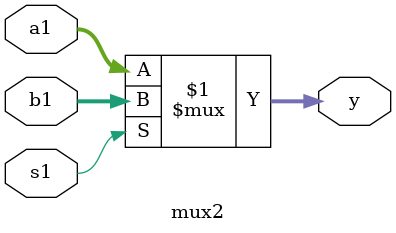
<source format=sv>
`timescale 1ns / 1ps

module mux2 (a1,b1,s1,y);
    input logic[31:0]a1,b1;
    input logic s1; 
    output logic[31:0]y;
    assign y=s1?b1:a1;
endmodule


</source>
